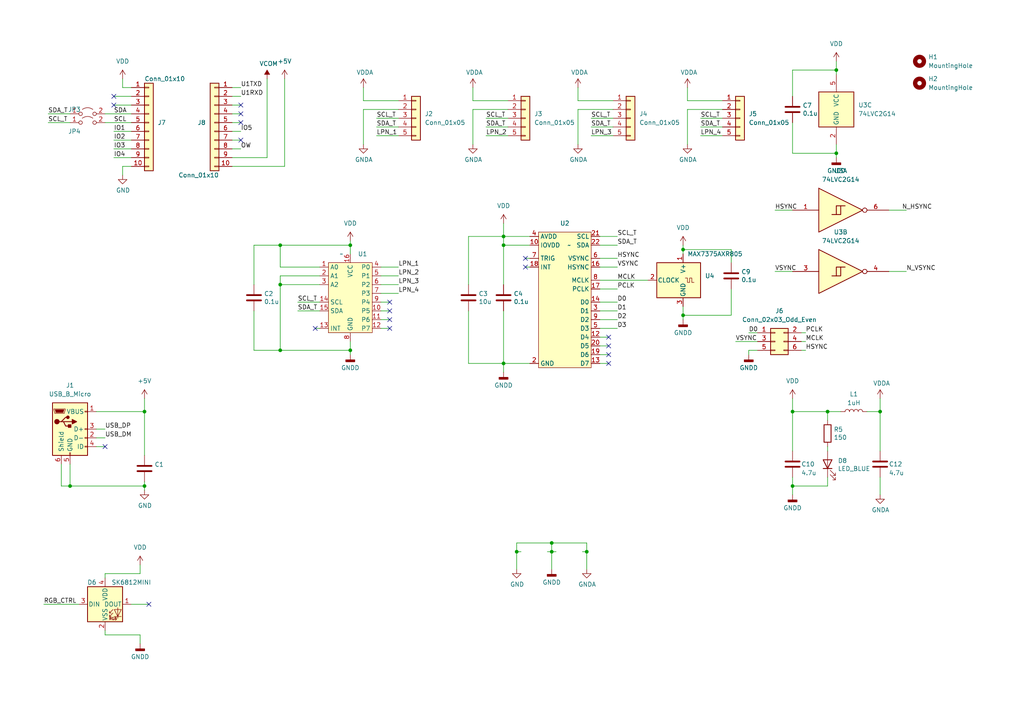
<source format=kicad_sch>
(kicad_sch (version 20230121) (generator eeschema)
  (paper "A4")
  (junction (at -69.85 29.21))
  (junction (at -30.48 71.12))
  (junction (at 81.28 71.12))
  (junction (at 149.86 160.02))
  (junction (at -52.07 128.27))
  (junction (at -133.35 -90.17))
  (junction (at 101.6 71.12))
  (junction (at 146.05 68.58))
  (junction (at 170.18 160.02))
  (junction (at -54.61 128.27))
  (junction (at -74.93 104.14))
  (junction (at 20.32 140.97))
  (junction (at -30.48 20.32))
  (junction (at 198.12 91.44))
  (junction (at 198.12 72.39))
  (junction (at -81.28 -90.17))
  (junction (at -81.28 -10.16))
  (junction (at 242.57 20.32))
  (junction (at 146.05 105.41))
  (junction (at 229.87 140.97))
  (junction (at -133.35 -10.16))
  (junction (at 242.57 44.45))
  (junction (at 101.6 101.6))
  (junction (at -30.48 55.88))
  (junction (at 146.05 71.12))
  (junction (at 81.28 82.55))
  (junction (at 255.27 119.38))
  (junction (at 160.02 157.48))
  (junction (at 41.91 119.38))
  (junction (at 81.28 101.6))
  (junction (at -143.51 -90.17))
  (junction (at 41.91 140.97))
  (junction (at 160.02 160.02))
  (junction (at -30.48 34.29))
  (junction (at -133.35 -73.66))
  (junction (at 229.87 119.38))
  (junction (at -20.32 -58.42))
  (junction (at -143.51 -10.16))
  (junction (at -68.58 46.99))
  (junction (at 240.03 119.38))
  (no_connect (at 176.53 100.33))
  (no_connect (at 91.44 95.25))
  (no_connect (at 69.85 35.56))
  (no_connect (at 33.02 30.48))
  (no_connect (at -30.48 106.68))
  (no_connect (at -30.48 96.52))
  (no_connect (at 152.4 77.47))
  (no_connect (at -30.48 104.14))
  (no_connect (at 69.85 33.02))
  (no_connect (at 69.85 30.48))
  (no_connect (at 113.03 87.63))
  (no_connect (at 30.48 129.54))
  (no_connect (at 176.53 102.87))
  (no_connect (at 176.53 97.79))
  (no_connect (at 43.18 175.26))
  (no_connect (at 33.02 27.94))
  (no_connect (at -30.48 114.3))
  (no_connect (at -72.39 88.9))
  (no_connect (at 152.4 74.93))
  (no_connect (at -30.48 101.6))
  (no_connect (at -30.48 116.84))
  (no_connect (at -30.48 119.38))
  (no_connect (at 69.85 40.64))
  (no_connect (at 176.53 105.41))
  (no_connect (at 113.03 95.25))
  (no_connect (at 113.03 90.17))
  (no_connect (at -30.48 111.76))
  (no_connect (at 113.03 92.71))
  (wire (pts (xy 33.02 45.72) (xy 38.1 45.72)))
  (wire (pts (xy 86.36 90.17) (xy 92.71 90.17)))
  (wire (pts (xy 160.02 157.48) (xy 160.02 160.02)))
  (wire (pts (xy -143.51 -10.16) (xy -153.67 -10.16)))
  (wire (pts (xy 101.6 71.12) (xy 101.6 73.66)))
  (wire (pts (xy 140.97 39.37) (xy 147.32 39.37)))
  (wire (pts (xy 13.97 35.56) (xy 20.32 35.56)))
  (wire (pts (xy -34.29 88.9) (xy -13.97 88.9)))
  (wire (pts (xy 257.81 60.96) (xy 262.89 60.96)))
  (wire (pts (xy 149.86 157.48) (xy 160.02 157.48)))
  (wire (pts (xy -143.51 -38.1) (xy -143.51 -10.16)))
  (wire (pts (xy -133.35 -10.16) (xy -81.28 -10.16)))
  (wire (pts (xy -53.34 -35.56) (xy -49.53 -35.56)))
  (wire (pts (xy 153.67 105.41) (xy 146.05 105.41)))
  (wire (pts (xy 213.36 99.06) (xy 219.71 99.06)))
  (wire (pts (xy -74.93 46.99) (xy -68.58 46.99)))
  (wire (pts (xy -24.13 -58.42) (xy -20.32 -58.42)))
  (wire (pts (xy -119.38 -48.26) (xy -109.22 -48.26)))
  (wire (pts (xy -34.29 93.98) (xy -31.75 93.98)))
  (wire (pts (xy -24.13 -48.26) (xy -24.13 -49.53)))
  (wire (pts (xy -119.38 -45.72) (xy -109.22 -45.72)))
  (wire (pts (xy -120.65 -66.04) (xy -109.22 -66.04)))
  (wire (pts (xy 81.28 71.12) (xy 101.6 71.12)))
  (wire (pts (xy 73.66 101.6) (xy 81.28 101.6)))
  (wire (pts (xy -49.53 20.32) (xy -30.48 20.32)))
  (wire (pts (xy 173.99 83.82) (xy 179.07 83.82)))
  (wire (pts (xy 110.49 87.63) (xy 113.03 87.63)))
  (wire (pts (xy 135.89 68.58) (xy 146.05 68.58)))
  (wire (pts (xy 67.31 45.72) (xy 77.47 45.72)))
  (wire (pts (xy 30.48 182.88) (xy 30.48 184.15)))
  (wire (pts (xy 153.67 71.12) (xy 146.05 71.12)))
  (wire (pts (xy 92.71 80.01) (xy 81.28 80.01)))
  (wire (pts (xy 30.48 33.02) (xy 38.1 33.02)))
  (wire (pts (xy 224.79 78.74) (xy 229.87 78.74)))
  (wire (pts (xy 30.48 166.37) (xy 40.64 166.37)))
  (wire (pts (xy 77.47 22.86) (xy 77.47 45.72)))
  (wire (pts (xy -81.28 -92.71) (xy -81.28 -90.17)))
  (wire (pts (xy 160.02 160.02) (xy 160.02 165.1)))
  (wire (pts (xy 199.39 25.4) (xy 199.39 29.21)))
  (wire (pts (xy -30.48 20.32) (xy -30.48 22.86)))
  (wire (pts (xy 41.91 139.7) (xy 41.91 140.97)))
  (wire (pts (xy -30.48 55.88) (xy -30.48 59.69)))
  (wire (pts (xy 173.99 97.79) (xy 176.53 97.79)))
  (wire (pts (xy -34.29 114.3) (xy -30.48 114.3)))
  (wire (pts (xy 73.66 82.55) (xy 73.66 71.12)))
  (wire (pts (xy 242.57 20.32) (xy 229.87 20.32)))
  (wire (pts (xy 229.87 44.45) (xy 229.87 35.56)))
  (wire (pts (xy 149.86 160.02) (xy 149.86 157.48)))
  (wire (pts (xy 198.12 91.44) (xy 212.09 91.44)))
  (wire (pts (xy 40.64 166.37) (xy 40.64 163.83)))
  (wire (pts (xy 33.02 40.64) (xy 38.1 40.64)))
  (wire (pts (xy -49.53 36.83) (xy -68.58 36.83)))
  (wire (pts (xy 224.79 60.96) (xy 229.87 60.96)))
  (wire (pts (xy 198.12 91.44) (xy 198.12 92.71)))
  (wire (pts (xy 173.99 100.33) (xy 176.53 100.33)))
  (wire (pts (xy 173.99 68.58) (xy 179.07 68.58)))
  (wire (pts (xy -81.28 -12.7) (xy -81.28 -10.16)))
  (wire (pts (xy 30.48 184.15) (xy 40.64 184.15)))
  (wire (pts (xy 20.32 140.97) (xy 20.32 134.62)))
  (wire (pts (xy 33.02 30.48) (xy 38.1 30.48)))
  (wire (pts (xy 152.4 74.93) (xy 153.67 74.93)))
  (wire (pts (xy -49.53 34.29) (xy -49.53 36.83)))
  (wire (pts (xy 38.1 175.26) (xy 43.18 175.26)))
  (wire (pts (xy -49.53 41.91) (xy -49.53 39.37)))
  (wire (pts (xy 232.41 96.52) (xy 233.68 96.52)))
  (wire (pts (xy -68.58 36.83) (xy -68.58 46.99)))
  (wire (pts (xy 199.39 41.91) (xy 199.39 31.75)))
  (wire (pts (xy 255.27 138.43) (xy 255.27 143.51)))
  (wire (pts (xy 92.71 77.47) (xy 81.28 77.47)))
  (wire (pts (xy -72.39 88.9) (xy -69.85 88.9)))
  (wire (pts (xy 110.49 82.55) (xy 115.57 82.55)))
  (wire (pts (xy 217.17 101.6) (xy 217.17 102.87)))
  (wire (pts (xy -24.13 -57.15) (xy -24.13 -58.42)))
  (wire (pts (xy 229.87 140.97) (xy 229.87 143.51)))
  (wire (pts (xy 173.99 92.71) (xy 179.07 92.71)))
  (wire (pts (xy 160.02 160.02) (xy 158.75 160.02)))
  (wire (pts (xy 168.91 160.02) (xy 170.18 160.02)))
  (wire (pts (xy -52.07 128.27) (xy -54.61 128.27)))
  (wire (pts (xy -34.29 91.44) (xy -13.97 91.44)))
  (wire (pts (xy 41.91 140.97) (xy 20.32 140.97)))
  (wire (pts (xy -133.35 -38.1) (xy -133.35 -10.16)))
  (wire (pts (xy 82.55 48.26) (xy 82.55 22.86)))
  (wire (pts (xy 167.64 29.21) (xy 177.8 29.21)))
  (wire (pts (xy 67.31 27.94) (xy 69.85 27.94)))
  (wire (pts (xy 81.28 101.6) (xy 101.6 101.6)))
  (wire (pts (xy -133.35 -73.66) (xy -109.22 -73.66)))
  (wire (pts (xy -49.53 52.07) (xy -49.53 55.88)))
  (wire (pts (xy -53.34 -71.12) (xy -49.53 -71.12)))
  (wire (pts (xy 240.03 119.38) (xy 240.03 121.92)))
  (wire (pts (xy -133.35 -73.66) (xy -133.35 -45.72)))
  (wire (pts (xy -74.93 128.27) (xy -54.61 128.27)))
  (wire (pts (xy -153.67 -90.17) (xy -143.51 -90.17)))
  (wire (pts (xy -69.85 104.14) (xy -74.93 104.14)))
  (wire (pts (xy 27.94 119.38) (xy 41.91 119.38)))
  (wire (pts (xy -17.78 20.32) (xy -17.78 24.13)))
  (wire (pts (xy 67.31 40.64) (xy 69.85 40.64)))
  (wire (pts (xy 105.41 25.4) (xy 105.41 29.21)))
  (wire (pts (xy -78.74 99.06) (xy -69.85 99.06)))
  (wire (pts (xy -53.34 -48.26) (xy -24.13 -48.26)))
  (wire (pts (xy 167.64 31.75) (xy 177.8 31.75)))
  (wire (pts (xy -53.34 -40.64) (xy -49.53 -40.64)))
  (wire (pts (xy -52.07 130.81) (xy -52.07 128.27)))
  (wire (pts (xy 135.89 68.58) (xy 135.89 82.55)))
  (wire (pts (xy -53.34 -45.72) (xy -16.51 -45.72)))
  (wire (pts (xy -59.69 46.99) (xy -57.15 46.99)))
  (wire (pts (xy 135.89 90.17) (xy 135.89 105.41)))
  (wire (pts (xy 255.27 119.38) (xy 251.46 119.38)))
  (wire (pts (xy -49.53 55.88) (xy -30.48 55.88)))
  (wire (pts (xy 35.56 48.26) (xy 38.1 48.26)))
  (wire (pts (xy 171.45 36.83) (xy 177.8 36.83)))
  (wire (pts (xy 17.78 134.62) (xy 17.78 140.97)))
  (wire (pts (xy -49.53 39.37) (xy -69.85 39.37)))
  (wire (pts (xy 101.6 101.6) (xy 101.6 102.87)))
  (wire (pts (xy 146.05 68.58) (xy 153.67 68.58)))
  (wire (pts (xy -17.78 34.29) (xy -30.48 34.29)))
  (wire (pts (xy -143.51 -90.17) (xy -133.35 -90.17)))
  (wire (pts (xy -95.25 99.06) (xy -86.36 99.06)))
  (wire (pts (xy 101.6 99.06) (xy 101.6 101.6)))
  (wire (pts (xy -17.78 55.88) (xy -17.78 60.96)))
  (wire (pts (xy 30.48 167.64) (xy 30.48 166.37)))
  (wire (pts (xy 173.99 105.41) (xy 176.53 105.41)))
  (wire (pts (xy -81.28 -10.16) (xy -81.28 -6.35)))
  (wire (pts (xy 67.31 33.02) (xy 69.85 33.02)))
  (wire (pts (xy 91.44 95.25) (xy 92.71 95.25)))
  (wire (pts (xy -69.85 29.21) (xy -67.31 29.21)))
  (wire (pts (xy -34.29 119.38) (xy -30.48 119.38)))
  (wire (pts (xy -49.53 24.13) (xy -49.53 20.32)))
  (wire (pts (xy -38.1 -80.01) (xy -38.1 -53.34)))
  (wire (pts (xy -53.34 -30.48) (xy -49.53 -30.48)))
  (wire (pts (xy 203.2 39.37) (xy 209.55 39.37)))
  (wire (pts (xy -133.35 -90.17) (xy -133.35 -87.63)))
  (wire (pts (xy 149.86 160.02) (xy 149.86 165.1)))
  (wire (pts (xy -30.48 69.85) (xy -30.48 71.12)))
  (wire (pts (xy 173.99 71.12) (xy 179.07 71.12)))
  (wire (pts (xy 146.05 105.41) (xy 146.05 107.95)))
  (wire (pts (xy 27.94 127) (xy 30.48 127)))
  (wire (pts (xy 199.39 31.75) (xy 209.55 31.75)))
  (wire (pts (xy -34.29 111.76) (xy -30.48 111.76)))
  (wire (pts (xy 212.09 72.39) (xy 212.09 76.2)))
  (wire (pts (xy 242.57 20.32) (xy 242.57 21.59)))
  (wire (pts (xy -49.53 77.47) (xy -49.53 81.28)))
  (wire (pts (xy -81.28 -90.17) (xy -81.28 -78.74)))
  (wire (pts (xy 67.31 25.4) (xy 69.85 25.4)))
  (wire (pts (xy -113.03 -60.96) (xy -109.22 -60.96)))
  (wire (pts (xy -133.35 -80.01) (xy -133.35 -73.66)))
  (wire (pts (xy 27.94 124.46) (xy 30.48 124.46)))
  (wire (pts (xy 173.99 90.17) (xy 179.07 90.17)))
  (wire (pts (xy 232.41 101.6) (xy 233.68 101.6)))
  (wire (pts (xy 137.16 25.4) (xy 137.16 29.21)))
  (wire (pts (xy 242.57 41.91) (xy 242.57 44.45)))
  (wire (pts (xy 229.87 119.38) (xy 240.03 119.38)))
  (wire (pts (xy 171.45 34.29) (xy 177.8 34.29)))
  (wire (pts (xy 81.28 82.55) (xy 92.71 82.55)))
  (wire (pts (xy -16.51 -45.72) (xy -16.51 -49.53)))
  (wire (pts (xy -38.1 -90.17) (xy -38.1 -87.63)))
  (wire (pts (xy -74.93 124.46) (xy -74.93 128.27)))
  (wire (pts (xy 170.18 160.02) (xy 170.18 165.1)))
  (wire (pts (xy 140.97 34.29) (xy 147.32 34.29)))
  (wire (pts (xy 81.28 80.01) (xy 81.28 82.55)))
  (wire (pts (xy 35.56 25.4) (xy 38.1 25.4)))
  (wire (pts (xy -34.29 99.06) (xy -31.75 99.06)))
  (wire (pts (xy -133.35 -90.17) (xy -81.28 -90.17)))
  (wire (pts (xy 198.12 72.39) (xy 212.09 72.39)))
  (wire (pts (xy 137.16 29.21) (xy 147.32 29.21)))
  (wire (pts (xy 171.45 39.37) (xy 177.8 39.37)))
  (wire (pts (xy 173.99 87.63) (xy 179.07 87.63)))
  (wire (pts (xy 81.28 77.47) (xy 81.28 71.12)))
  (wire (pts (xy 110.49 80.01) (xy 115.57 80.01)))
  (wire (pts (xy -81.28 -90.17) (xy -38.1 -90.17)))
  (wire (pts (xy -115.57 -50.8) (xy -109.22 -50.8)))
  (wire (pts (xy 229.87 115.57) (xy 229.87 119.38)))
  (wire (pts (xy 173.99 81.28) (xy 187.96 81.28)))
  (wire (pts (xy -34.29 106.68) (xy -30.48 106.68)))
  (wire (pts (xy 173.99 74.93) (xy 179.07 74.93)))
  (wire (pts (xy 110.49 85.09) (xy 115.57 85.09)))
  (wire (pts (xy 242.57 44.45) (xy 229.87 44.45)))
  (wire (pts (xy -74.93 29.21) (xy -69.85 29.21)))
  (wire (pts (xy 146.05 71.12) (xy 146.05 82.55)))
  (wire (pts (xy -95.25 96.52) (xy -86.36 96.52)))
  (wire (pts (xy -52.07 128.27) (xy -49.53 128.27)))
  (wire (pts (xy 173.99 95.25) (xy 179.07 95.25)))
  (wire (pts (xy 73.66 71.12) (xy 81.28 71.12)))
  (wire (pts (xy -20.32 -58.42) (xy -20.32 -60.96)))
  (wire (pts (xy -153.67 -45.72) (xy -153.67 -90.17)))
  (wire (pts (xy 35.56 50.8) (xy 35.56 48.26)))
  (wire (pts (xy 146.05 71.12) (xy 146.05 68.58)))
  (wire (pts (xy -16.51 -58.42) (xy -16.51 -57.15)))
  (wire (pts (xy -59.69 29.21) (xy -57.15 29.21)))
  (wire (pts (xy -34.29 104.14) (xy -30.48 104.14)))
  (wire (pts (xy -153.67 -38.1) (xy -153.67 -10.16)))
  (wire (pts (xy 229.87 20.32) (xy 229.87 27.94)))
  (wire (pts (xy -54.61 128.27) (xy -54.61 127)))
  (wire (pts (xy 255.27 130.81) (xy 255.27 119.38)))
  (wire (pts (xy -30.48 34.29) (xy -30.48 36.83)))
  (wire (pts (xy 240.03 138.43) (xy 240.03 140.97)))
  (wire (pts (xy 35.56 22.86) (xy 35.56 25.4)))
  (wire (pts (xy 109.22 34.29) (xy 115.57 34.29)))
  (wire (pts (xy -53.34 -66.04) (xy -50.8 -66.04)))
  (wire (pts (xy -53.34 -38.1) (xy -49.53 -38.1)))
  (wire (pts (xy 199.39 29.21) (xy 209.55 29.21)))
  (wire (pts (xy 198.12 72.39) (xy 198.12 73.66)))
  (wire (pts (xy 242.57 17.78) (xy 242.57 20.32)))
  (wire (pts (xy 198.12 71.12) (xy 198.12 72.39)))
  (wire (pts (xy 67.31 43.18) (xy 69.85 43.18)))
  (wire (pts (xy 105.41 29.21) (xy 115.57 29.21)))
  (wire (pts (xy 173.99 77.47) (xy 179.07 77.47)))
  (wire (pts (xy 160.02 157.48) (xy 170.18 157.48)))
  (wire (pts (xy 152.4 77.47) (xy 153.67 77.47)))
  (wire (pts (xy -53.34 -73.66) (xy -49.53 -73.66)))
  (wire (pts (xy 41.91 140.97) (xy 41.91 142.24)))
  (wire (pts (xy -53.34 -43.18) (xy -49.53 -43.18)))
  (wire (pts (xy 110.49 95.25) (xy 113.03 95.25)))
  (wire (pts (xy 13.97 33.02) (xy 20.32 33.02)))
  (wire (pts (xy 137.16 41.91) (xy 137.16 31.75)))
  (wire (pts (xy 30.48 35.56) (xy 38.1 35.56)))
  (wire (pts (xy 167.64 41.91) (xy 167.64 31.75)))
  (wire (pts (xy 203.2 36.83) (xy 209.55 36.83)))
  (wire (pts (xy 41.91 132.08) (xy 41.91 119.38)))
  (wire (pts (xy 212.09 91.44) (xy 212.09 83.82)))
  (wire (pts (xy -53.34 -53.34) (xy -38.1 -53.34)))
  (wire (pts (xy -34.29 96.52) (xy -30.48 96.52)))
  (wire (pts (xy -17.78 71.12) (xy -17.78 68.58)))
  (wire (pts (xy 240.03 119.38) (xy 243.84 119.38)))
  (wire (pts (xy -20.32 -58.42) (xy -16.51 -58.42)))
  (wire (pts (xy 105.41 31.75) (xy 115.57 31.75)))
  (wire (pts (xy 105.41 41.91) (xy 105.41 31.75)))
  (wire (pts (xy 240.03 140.97) (xy 229.87 140.97)))
  (wire (pts (xy 81.28 82.55) (xy 81.28 101.6)))
  (wire (pts (xy 27.94 129.54) (xy 30.48 129.54)))
  (wire (pts (xy 41.91 115.57) (xy 41.91 119.38)))
  (wire (pts (xy 67.31 38.1) (xy 69.85 38.1)))
  (wire (pts (xy 229.87 138.43) (xy 229.87 140.97)))
  (wire (pts (xy 33.02 43.18) (xy 38.1 43.18)))
  (wire (pts (xy 167.64 25.4) (xy 167.64 29.21)))
  (wire (pts (xy 255.27 115.57) (xy 255.27 119.38)))
  (wire (pts (xy 67.31 48.26) (xy 82.55 48.26)))
  (wire (pts (xy 217.17 96.52) (xy 219.71 96.52)))
  (wire (pts (xy 242.57 44.45) (xy 242.57 45.72)))
  (wire (pts (xy 140.97 36.83) (xy 147.32 36.83)))
  (wire (pts (xy -49.53 128.27) (xy -49.53 127)))
  (wire (pts (xy -34.29 116.84) (xy -30.48 116.84)))
  (wire (pts (xy -30.48 20.32) (xy -17.78 20.32)))
  (wire (pts (xy -53.34 -63.5) (xy -50.8 -63.5)))
  (wire (pts (xy -78.74 96.52) (xy -69.85 96.52)))
  (wire (pts (xy 198.12 88.9) (xy 198.12 91.44)))
  (wire (pts (xy 173.99 102.87) (xy 176.53 102.87)))
  (wire (pts (xy -53.34 -50.8) (xy -38.1 -50.8)))
  (wire (pts (xy 67.31 30.48) (xy 69.85 30.48)))
  (wire (pts (xy 101.6 69.85) (xy 101.6 71.12)))
  (wire (pts (xy 110.49 90.17) (xy 113.03 90.17)))
  (wire (pts (xy -109.22 -63.5) (xy -113.03 -63.5)))
  (wire (pts (xy 229.87 119.38) (xy 229.87 130.81)))
  (wire (pts (xy 160.02 160.02) (xy 161.29 160.02)))
  (wire (pts (xy 146.05 90.17) (xy 146.05 105.41)))
  (wire (pts (xy -115.57 -53.34) (xy -109.22 -53.34)))
  (wire (pts (xy -30.48 71.12) (xy -30.48 73.66)))
  (wire (pts (xy 110.49 77.47) (xy 115.57 77.47)))
  (wire (pts (xy 203.2 34.29) (xy 209.55 34.29)))
  (wire (pts (xy -53.34 -33.02) (xy -49.53 -33.02)))
  (wire (pts (xy -120.65 -68.58) (xy -109.22 -68.58)))
  (wire (pts (xy 109.22 39.37) (xy 115.57 39.37)))
  (wire (pts (xy 40.64 184.15) (xy 40.64 186.69)))
  (wire (pts (xy 86.36 87.63) (xy 92.71 87.63)))
  (wire (pts (xy 149.86 160.02) (xy 151.13 160.02)))
  (wire (pts (xy 170.18 157.48) (xy 170.18 160.02)))
  (wire (pts (xy 217.17 101.6) (xy 219.71 101.6)))
  (wire (pts (xy 109.22 36.83) (xy 115.57 36.83)))
  (wire (pts (xy 257.81 78.74) (xy 262.89 78.74)))
  (wire (pts (xy -34.29 101.6) (xy -30.48 101.6)))
  (wire (pts (xy -17.78 31.75) (xy -17.78 34.29)))
  (wire (pts (xy -30.48 55.88) (xy -17.78 55.88)))
  (wire (pts (xy 232.41 99.06) (xy 233.68 99.06)))
  (wire (pts (xy -30.48 33.02) (xy -30.48 34.29)))
  (wire (pts (xy 17.78 140.97) (xy 20.32 140.97)))
  (wire (pts (xy -143.51 -10.16) (xy -133.35 -10.16)))
  (wire (pts (xy 33.02 38.1) (xy 38.1 38.1)))
  (wire (pts (xy 137.16 31.75) (xy 147.32 31.75)))
  (wire (pts (xy -69.85 39.37) (xy -69.85 29.21)))
  (wire (pts (xy 33.02 27.94) (xy 38.1 27.94)))
  (wire (pts (xy -74.93 77.47) (xy -74.93 104.14)))
  (wire (pts (xy -30.48 71.12) (xy -17.78 71.12)))
  (wire (pts (xy 110.49 92.71) (xy 113.03 92.71)))
  (wire (pts (xy 135.89 105.41) (xy 146.05 105.41)))
  (wire (pts (xy 67.31 35.56) (xy 69.85 35.56)))
  (wire (pts (xy 12.7 175.26) (xy 22.86 175.26)))
  (wire (pts (xy -54.61 77.47) (xy -54.61 81.28)))
  (wire (pts (xy -143.51 -45.72) (xy -143.51 -90.17)))
  (wire (pts (xy 240.03 129.54) (xy 240.03 130.81)))
  (wire (pts (xy -74.93 104.14) (xy -74.93 116.84)))
  (wire (pts (xy 73.66 90.17) (xy 73.66 101.6)))
  (wire (pts (xy -68.58 46.99) (xy -67.31 46.99)))
  (wire (pts (xy 146.05 68.58) (xy 146.05 64.77)))
  (text "TODO add UART Programmer Port" (at -78.74 147.32 0) (effects (font (size 1.27 1.27)) (justify left bottom)))
  (label "U1RXD" (at -50.8 -63.5 0))
  (label "USB_DM" (at 30.48 127 0))
  (label "SDA" (at 33.02 33.02 0))
  (label "D3" (at -49.53 -30.48 0))
  (label "SCL_T" (at -49.53 -48.26 0))
  (label "LPN_3" (at 171.45 39.37 0))
  (label "SDA_T" (at 179.07 71.12 0))
  (label "PCLK" (at 233.68 96.52 0))
  (label "SCL_T" (at 140.97 34.29 0))
  (label "SDA_T" (at 203.2 36.83 0))
  (label "IO3" (at 33.02 43.18 0))
  (label "GPIO9" (at -34.29 55.88 0))
  (label "SCL_T" (at 171.45 34.29 0))
  (label "D2" (at -49.53 -33.02 0))
  (label "IO2" (at -115.57 -53.34 0))
  (label "OW" (at 69.85 43.18 0))
  (label "SCL" (at 33.02 35.56 0))
  (label "LPN_3" (at 115.57 82.55 0))
  (label "D3" (at 179.07 95.25 0))
  (label "LPN_4" (at 203.2 39.37 0))
  (label "PCLK" (at -49.53 -43.18 0))
  (label "D0" (at 217.17 96.52 0))
  (label "LPN_1" (at 115.57 77.47 0))
  (label "RGB_CTRL" (at 12.7 175.26 0))
  (label "VSYNC" (at 179.07 77.47 0))
  (label "U0RXD" (at -13.97 88.9 0))
  (label "LPN_2" (at 140.97 39.37 0))
  (label "D1" (at -49.53 -35.56 0))
  (label "LPN_4" (at 115.57 85.09 0))
  (label "SDA_T" (at 140.97 36.83 0))
  (label "IO5" (at -49.53 -40.64 0))
  (label "SDA_T" (at 109.22 36.83 0))
  (label "IO2" (at 33.02 40.64 0))
  (label "D0" (at -49.53 -38.1 0))
  (label "IO4" (at 33.02 45.72 0))
  (label "SCL_T" (at 179.07 68.58 0))
  (label "SCL_T" (at 86.36 87.63 0))
  (label "GPIO9" (at -38.1 -50.8 0))
  (label "N_HSYNC" (at -120.65 -68.58 0))
  (label "VSYNC" (at 213.36 99.06 0))
  (label "SCL_T" (at 13.97 35.56 0))
  (label "SDA_T" (at 171.45 36.83 0))
  (label "SDA_T" (at 13.97 33.02 0))
  (label "CHIP_EN" (at -120.65 -73.66 0))
  (label "USB_DP" (at -95.25 99.06 0))
  (label "N_HSYNC" (at 261.62 60.96 0))
  (label "IO3" (at -113.03 -60.96 0))
  (label "SDA_T" (at 86.36 90.17 0))
  (label "IO1" (at -115.57 -50.8 0))
  (label "D2" (at 179.07 92.71 0))
  (label "SCL_T" (at 109.22 34.29 0))
  (label "SDA_T" (at -49.53 -45.72 0))
  (label "RTS" (at -31.75 93.98 0))
  (label "DTR" (at -74.93 29.21 0))
  (label "USB_DM" (at -95.25 96.52 0))
  (label "USB_DP" (at 30.48 124.46 0))
  (label "SCL_T" (at 203.2 34.29 0))
  (label "U0TXD" (at -13.97 91.44 0))
  (label "HSYNC" (at 179.07 74.93 0))
  (label "D0" (at 179.07 87.63 0))
  (label "IO5" (at 69.85 38.1 0))
  (label "VSYNC" (at 224.79 78.74 0))
  (label "DTR" (at -31.75 99.06 0))
  (label "MCLK" (at 233.68 99.06 0))
  (label "LPN_2" (at 115.57 80.01 0))
  (label "CHIP_EN" (at -34.29 20.32 0))
  (label "U1TXD" (at -50.8 -66.04 0))
  (label "D1" (at 179.07 90.17 0))
  (label "N_VSYNC" (at -120.65 -66.04 0))
  (label "RTS" (at -74.93 46.99 0))
  (label "MCLK" (at 179.07 81.28 0))
  (label "RGB_CTRL" (at -38.1 -53.34 0))
  (label "LPN_1" (at 109.22 39.37 0))
  (label "HSYNC" (at 233.68 101.6 0))
  (label "U1RXD" (at 69.85 27.94 0))
  (label "IO1" (at 33.02 38.1 0))
  (label "U0RXD" (at -49.53 -71.12 0))
  (label "HSYNC" (at 224.79 60.96 0))
  (label "IO4" (at -113.03 -63.5 0))
  (label "PCLK" (at 179.07 83.82 0))
  (label "U0TXD" (at -49.53 -73.66 0))
  (label "N_VSYNC" (at 262.89 78.74 0))
  (label "U1TXD" (at 69.85 25.4 0))
  (symbol (lib_id "Device:C") (at 41.91 135.89 0) (unit 1)
    (property "Reference" "C1" (at 44.831 134.7216 0) (effects (justify left)))
    (property "Value" "4.7u" (effects hide))
    (property "Footprint" "Capacitor_SMD:C_0402_1005Metric" (effects hide))
  )
  (symbol (lib_id "power:GNDD") (at 160.02 165.1 0) (unit 1)
    (property "Reference" "#PWR021" (effects hide))
    (property "Value" "GNDD" (at 160.02 168.91 0))
  )
  (symbol (lib_id "power:GNDA") (at 137.16 41.91 0) (unit 1)
    (property "Reference" "#PWR010" (effects hide))
    (property "Value" "GNDA" (at 137.287 46.3042 0))
  )
  (symbol (lib_id "Espressif:ESP32-C6-MINI-1/U") (at -81.28 -45.72 0) (unit 1)
    (property "Reference" "U5" (at -79.0859 -80.01 0) (effects (justify left)))
    (property "Value" "ESP32-C6-MINI-1/U" (at -79.0859 -77.47 0) (effects (justify left)))
    (property "Footprint" "Espressif:ESP32-C6-MINI-1" (effects hide))
    (property "Datasheet" "https://www.espressif.com/sites/default/files/documentation/esp32-c6-mini-1_datasheet_en.pdf" (effects hide))
  )
  (symbol (lib_id "power:GNDD") (at 146.05 107.95 0) (unit 1)
    (property "Reference" "#PWR016" (effects hide))
    (property "Value" "GNDD" (at 146.05 111.76 0))
  )
  (symbol (lib_id "Connector_Generic:Conn_01x10") (at 62.23 35.56 0) (mirror y) (unit 1)
    (property "Reference" "J8" (at 59.69 35.56 0) (effects (justify left)))
    (property "Value" "Conn_01x10" (at 63.5 50.8 0) (effects (justify left)))
    (property "Footprint" "riskybird:PinHeader_1x10_P2.00mm_Vertical_SMD_Pin1Right_THT" (effects hide))
  )
  (symbol (lib_id "power:GNDD") (at 198.12 92.71 0) (unit 1)
    (property "Reference" "#PWR036" (effects hide))
    (property "Value" "GNDD" (at 198.12 96.52 0))
  )
  (symbol (lib_id "Device:R") (at -24.13 -53.34 0) (unit 1)
    (property "Reference" "R8" (at -22.352 -54.5084 0) (effects (justify left)))
    (property "Value" "2.2k" (at -22.352 -52.197 0) (effects (justify left)))
    (property "Footprint" "Resistor_SMD:R_0402_1005Metric" (effects hide))
  )
  (symbol (lib_id "Device:C") (at 229.87 134.62 0) (unit 1)
    (property "Reference" "C10" (at 232.41 134.62 0) (effects (justify left)))
    (property "Value" "4.7u" (at 232.41 137.16 0) (effects (justify left)))
    (property "Footprint" "Capacitor_SMD:C_0402_1005Metric" (effects hide))
  )
  (symbol (lib_id "Connector_Generic:Conn_01x05") (at 182.88 34.29 0) (unit 1)
    (property "Reference" "J4" (at 185.42 33.02 0) (effects (justify left)))
    (property "Value" "Conn_01x05" (at 185.42 35.56 0) (effects (justify left)))
    (property "Footprint" "Connector_PinHeader_2.54mm:PinHeader_1x05_P2.54mm_Vertical" (effects hide))
  )
  (symbol (lib_id "Connector_Generic:Conn_01x05") (at 152.4 34.29 0) (unit 1)
    (property "Reference" "J3" (at 154.94 33.02 0) (effects (justify left)))
    (property "Value" "Conn_01x05" (at 154.94 35.56 0) (effects (justify left)))
    (property "Footprint" "Connector_PinHeader_2.54mm:PinHeader_1x05_P2.54mm_Vertical" (effects hide))
  )
  (symbol (lib_id "Device:C") (at -143.51 -41.91 0) (unit 1)
    (property "Reference" "C6" (at -140.589 -43.0784 0) (effects (justify left)))
    (property "Value" "0.1u" (at -140.589 -40.767 0) (effects (justify left)))
    (property "Footprint" "Capacitor_SMD:C_0402_1005Metric" (effects hide))
  )
  (symbol (lib_id "Oscillator:MAX7375AXR805") (at 198.12 81.28 0) (mirror y) (unit 1)
    (property "Reference" "U4" (at 204.47 80.01 0) (effects (justify right)))
    (property "Value" "MAX7375AXR805" (at 199.39 73.66 0) (effects (justify right)))
    (property "Footprint" "Package_TO_SOT_SMD:SOT-323_SC-70" (effects hide))
    (property "Datasheet" "https://datasheets.maximintegrated.com/en/ds/MAX7375.pdf" (effects hide))
  )
  (symbol (lib_id "LED:SK6812MINI") (at 30.48 175.26 0) (unit 1)
    (property "Reference" "D6" (at 26.67 168.91 0))
    (property "Value" "SK6812MINI" (at 38.1 168.91 0))
    (property "Footprint" "LED_SMD:LED_SK6812MINI_PLCC4_3.5x3.5mm_P1.75mm" (effects hide))
    (property "Datasheet" "https://www.digikey.com/en/products/detail/adafruit-industries-llc/2659/5804108" (effects hide))
  )
  (symbol (lib_id "Device:C") (at 212.09 80.01 0) (unit 1)
    (property "Reference" "C9" (at 215.011 78.8416 0) (effects (justify left)))
    (property "Value" "0.1u" (at 215.011 81.153 0) (effects (justify left)))
    (property "Footprint" "Capacitor_SMD:C_0402_1005Metric" (effects hide))
  )
  (symbol (lib_id "power:VDD") (at 40.64 163.83 0) (unit 1)
    (property "Reference" "#PWR030" (effects hide))
    (property "Value" "VDD" (at 40.64 158.75 0))
  )
  (symbol (lib_id "power:VDD") (at -20.32 -60.96 0) (unit 1)
    (property "Reference" "#PWR04" (effects hide))
    (property "Value" "VDD" (at -20.32 -66.04 0))
  )
  (symbol (lib_id "power:VDDA") (at 137.16 25.4 0) (unit 1)
    (property "Reference" "#PWR09" (effects hide))
    (property "Value" "VDDA" (at 137.5918 21.0058 0))
  )
  (symbol (lib_id "Device:L") (at 247.65 119.38 90) (unit 1)
    (property "Reference" "L1" (at 247.65 114.3 90))
    (property "Value" "1uH" (at 247.65 116.84 90))
    (property "Footprint" "Inductor_SMD:L_0402_1005Metric" (effects hide))
    (property "Datasheet" "https://www.digikey.com/en/products/detail/murata-electronics/LQM21PN1R0MC0D/1788279" (effects hide))
  )
  (symbol (lib_id "Device:C") (at -74.93 120.65 0) (unit 1)
    (property "Reference" "C13" (at -72.009 119.4816 0) (effects (justify left)))
    (property "Value" "0.1u" (at -72.009 121.793 0) (effects (justify left)))
    (property "Footprint" "Capacitor_SMD:C_0402_1005Metric" (effects hide))
  )
  (symbol (lib_id "power:VDDA") (at 105.41 25.4 0) (unit 1)
    (property "Reference" "#PWR06" (effects hide))
    (property "Value" "VDDA" (at 105.8418 21.0058 0))
  )
  (symbol (lib_id "Device:C") (at -153.67 -41.91 0) (unit 1)
    (property "Reference" "C5" (at -150.749 -43.0784 0) (effects (justify left)))
    (property "Value" "10u" (at -150.749 -40.767 0) (effects (justify left)))
    (property "Footprint" "Capacitor_SMD:C_0402_1005Metric" (effects hide))
  )
  (symbol (lib_id "power:GNDA") (at 255.27 143.51 0) (unit 1)
    (property "Reference" "#PWR019" (effects hide))
    (property "Value" "GNDA" (at 255.397 147.9042 0))
  )
  (symbol (lib_id "Mechanical:MountingHole") (at 266.7 24.13 0) (unit 1)
    (property "Reference" "H2" (at 269.24 22.86 0) (effects (justify left)))
    (property "Value" "MountingHole" (at 269.24 25.4 0) (effects (justify left)))
    (property "Footprint" "MountingHole:MountingHole_2.2mm_M2" (effects hide))
  )
  (symbol (lib_id "Transistor_BJT:BC847BDW1") (at -52.07 29.21 0) (unit 2)
    (property "Reference" "Q8" (at -45.72 27.94 0) (effects (justify left)))
    (property "Value" "BC847BDW1" (at -45.72 30.48 0) (effects (justify left)))
    (property "Footprint" "Package_TO_SOT_SMD:SOT-363_SC-70-6" (effects hide))
    (property "Datasheet" "http://www.onsemi.com/pub_link/Collateral/BC846BDW1T1-D.PDF" (effects hide))
  )
  (symbol (lib_id "power:GNDD") (at -30.48 73.66 0) (unit 1)
    (property "Reference" "#PWR029" (effects hide))
    (property "Value" "GNDD" (at -30.48 77.47 0))
  )
  (symbol (lib_id "power:GND") (at 149.86 165.1 0) (unit 1)
    (property "Reference" "#PWR020" (effects hide))
    (property "Value" "GND" (at 149.987 169.4942 0))
  )
  (symbol (lib_id "Device:C") (at -17.78 64.77 0) (unit 1)
    (property "Reference" "C18" (at -14.859 63.6016 0) (effects (justify left)))
    (property "Value" "0.1u" (at -14.859 65.913 0) (effects (justify left)))
    (property "Footprint" "Capacitor_SMD:C_0402_1005Metric" (effects hide))
  )
  (symbol (lib_id "power:VDDA") (at 199.39 25.4 0) (unit 1)
    (property "Reference" "#PWR013" (effects hide))
    (property "Value" "VDDA" (at 199.8218 21.0058 0))
  )
  (symbol (lib_id "power:VDD") (at -74.93 77.47 0) (unit 1)
    (property "Reference" "#PWR027" (effects hide))
    (property "Value" "VDD" (at -74.93 72.39 0))
  )
  (symbol (lib_id "Mechanical:MountingHole") (at 266.7 17.78 0) (unit 1)
    (property "Reference" "H1" (at 269.24 16.51 0) (effects (justify left)))
    (property "Value" "MountingHole" (at 269.24 19.05 0) (effects (justify left)))
    (property "Footprint" "MountingHole:MountingHole_2.2mm_M2" (effects hide))
  )
  (symbol (lib_id "power:VDD") (at -81.28 -92.71 0) (unit 1)
    (property "Reference" "#PWR046" (effects hide))
    (property "Value" "VDD" (at -81.28 -97.79 0))
  )
  (symbol (lib_id "power:VDD") (at 35.56 22.86 0) (unit 1)
    (property "Reference" "#PWR037" (effects hide))
    (property "Value" "VDD" (at 35.56 17.78 0))
  )
  (symbol (lib_id "Device:C") (at 135.89 86.36 0) (unit 1)
    (property "Reference" "C3" (at 138.811 85.1916 0) (effects (justify left)))
    (property "Value" "10u" (at 138.811 87.503 0) (effects (justify left)))
    (property "Footprint" "Capacitor_SMD:C_0402_1005Metric" (effects hide))
  )
  (symbol (lib_id "Transistor_BJT:BC847BDW1") (at -52.07 46.99 0) (mirror x) (unit 1)
    (property "Reference" "Q8" (at -45.72 45.72 0) (effects (justify left)))
    (property "Value" "BC847BDW1" (at -45.72 48.26 0) (effects (justify left)))
    (property "Footprint" "Package_TO_SOT_SMD:SOT-363_SC-70-6" (effects hide))
    (property "Datasheet" "http://www.onsemi.com/pub_link/Collateral/BC846BDW1T1-D.PDF" (effects hide))
  )
  (symbol (lib_id "power:GNDD") (at -52.07 130.81 0) (unit 1)
    (property "Reference" "#PWR028" (effects hide))
    (property "Value" "GNDD" (at -52.07 134.62 0))
  )
  (symbol (lib_id "Interface_USB:FT231XS") (at -52.07 104.14 0) (unit 1)
    (property "Reference" "U8" (at -47.3359 80.01 0) (effects (justify left)))
    (property "Value" "FT231XS" (at -47.3359 82.55 0) (effects (justify left)))
    (property "Footprint" "Package_SO:SSOP-20_3.9x8.7mm_P0.635mm" (effects hide))
    (property "Datasheet" "https://www.ftdichip.com/Support/Documents/DataSheets/ICs/DS_FT231X.pdf" (effects hide))
  )
  (symbol (lib_id "74xGxx:74LVC2G14") (at 245.11 60.96 0) (unit 1)
    (property "Reference" "U3" (at 243.84 49.53 0))
    (property "Value" "74LVC2G14" (at 243.84 52.07 0))
    (property "Footprint" "Package_TO_SOT_SMD:SOT-23-6" (effects hide))
    (property "Datasheet" "https://www.ti.com/lit/ds/symlink/sn74lvc2g14.pdf" (effects hide))
  )
  (symbol (lib_id "Jumper:Jumper_2_Open") (at 25.4 33.02 0) (unit 1)
    (property "Reference" "JP3" (at 21.59 31.75 0))
    (property "Value" "Jumper_2_Open" (effects hide))
    (property "Footprint" "Resistor_SMD:R_0402_1005Metric" (effects hide))
  )
  (symbol (lib_id "Device:C") (at -17.78 27.94 0) (unit 1)
    (property "Reference" "C17" (at -14.859 26.7716 0) (effects (justify left)))
    (property "Value" "0.1u" (at -14.859 29.083 0) (effects (justify left)))
    (property "Footprint" "Capacitor_SMD:C_0402_1005Metric" (effects hide))
  )
  (symbol (lib_id "power:GNDD") (at 242.57 45.72 0) (unit 1)
    (property "Reference" "#PWR034" (effects hide))
    (property "Value" "GNDD" (at 242.57 49.53 0))
  )
  (symbol (lib_id "Connector_Generic:Conn_01x10") (at 43.18 35.56 0) (unit 1)
    (property "Reference" "J7" (at 45.72 35.56 0) (effects (justify left)))
    (property "Value" "Conn_01x10" (at 41.91 22.86 0) (effects (justify left)))
    (property "Footprint" "riskybird:PinHeader_1x10_P2.00mm_Vertical_SMD_Pin1Right_THT" (effects hide))
  )
  (symbol (lib_id "74xGxx:74LVC2G14") (at 245.11 78.74 0) (unit 2)
    (property "Reference" "U3" (at 243.84 67.31 0))
    (property "Value" "74LVC2G14" (at 243.84 69.85 0))
    (property "Footprint" "Package_TO_SOT_SMD:SOT-23-6" (effects hide))
    (property "Datasheet" "https://www.ti.com/lit/ds/symlink/sn74lvc2g14.pdf" (effects hide))
  )
  (symbol (lib_id "power:+5V") (at 41.91 115.57 0) (unit 1)
    (property "Reference" "#PWR015" (effects hide))
    (property "Value" "+5V" (at 41.91 110.49 0))
  )
  (symbol (lib_id "power:GNDA") (at 170.18 165.1 0) (unit 1)
    (property "Reference" "#PWR022" (effects hide))
    (property "Value" "GNDA" (at 170.307 169.4942 0))
  )
  (symbol (lib_id "Device:R") (at -63.5 46.99 90) (unit 1)
    (property "Reference" "R21" (at -63.5 49.53 90) (effects (justify left)))
    (property "Value" "10k" (at -59.69 49.53 90) (effects (justify left)))
    (property "Footprint" "Resistor_SMD:R_0402_1005Metric" (effects hide))
  )
  (symbol (lib_id "Device:C") (at 229.87 31.75 0) (unit 1)
    (property "Reference" "C7" (at 232.791 30.5816 0) (effects (justify left)))
    (property "Value" "0.1u" (at 232.791 32.893 0) (effects (justify left)))
    (property "Footprint" "Capacitor_SMD:C_0402_1005Metric" (effects hide))
  )
  (symbol (lib_id "power:+5V") (at -54.61 77.47 0) (unit 1)
    (property "Reference" "#PWR025" (effects hide))
    (property "Value" "+5V" (at -54.61 72.39 0))
  )
  (symbol (lib_id "Device:C") (at 146.05 86.36 0) (unit 1)
    (property "Reference" "C4" (at 148.971 85.1916 0) (effects (justify left)))
    (property "Value" "0.1u" (at 148.971 87.503 0) (effects (justify left)))
    (property "Footprint" "Capacitor_SMD:C_0402_1005Metric" (effects hide))
  )
  (symbol (lib_id "power:VDD") (at 146.05 64.77 0) (unit 1)
    (property "Reference" "#PWR017" (effects hide))
    (property "Value" "VDD" (at 146.05 59.69 0))
  )
  (symbol (lib_id "Connector_Generic:Conn_02x03_Odd_Even") (at 224.79 99.06 0) (unit 1)
    (property "Reference" "J6" (at 226.06 90.17 0))
    (property "Value" "Conn_02x03_Odd_Even" (at 226.06 92.71 0))
    (property "Footprint" "Connector_PinHeader_1.27mm:PinHeader_2x03_P1.27mm_Vertical" (effects hide))
  )
  (symbol (lib_id "74xGxx:74LVC2G14") (at 242.57 31.75 0) (unit 3)
    (property "Reference" "U3" (at 248.92 30.48 0) (effects (justify left)))
    (property "Value" "74LVC2G14" (at 248.92 33.02 0) (effects (justify left)))
    (property "Footprint" "Package_TO_SOT_SMD:SOT-23-6" (effects hide))
    (property "Datasheet" "https://www.ti.com/lit/ds/symlink/sn74lvc2g14.pdf" (effects hide))
  )
  (symbol (lib_id "Jumper:Jumper_2_Open") (at 25.4 35.56 0) (unit 1)
    (property "Reference" "JP4" (at 21.59 38.1 0))
    (property "Value" "Jumper_2_Open" (effects hide))
    (property "Footprint" "Resistor_SMD:R_0402_1005Metric" (effects hide))
  )
  (symbol (lib_id "Device:R") (at -38.1 -83.82 0) (unit 1)
    (property "Reference" "R26" (at -36.322 -84.9884 0) (effects (justify left)))
    (property "Value" "10k" (at -36.322 -82.677 0) (effects (justify left)))
    (property "Footprint" "Resistor_SMD:R_0402_1005Metric" (effects hide))
  )
  (symbol (lib_id "Device:R") (at -63.5 29.21 90) (unit 1)
    (property "Reference" "R20" (at -64.77 26.67 90) (effects (justify left)))
    (property "Value" "10k" (at -59.69 26.67 90) (effects (justify left)))
    (property "Footprint" "Resistor_SMD:R_0402_1005Metric" (effects hide))
  )
  (symbol (lib_id "power:+5V") (at 82.55 22.86 0) (unit 1)
    (property "Reference" "#PWR039" (effects hide))
    (property "Value" "+5V" (at 82.55 17.78 0))
  )
  (symbol (lib_id "Device:LED") (at 240.03 134.62 90) (unit 1)
    (property "Reference" "D8" (at 243.0018 133.6294 90) (effects (justify right)))
    (property "Value" "LED_BLUE" (at 243.0018 135.9408 90) (effects (justify right)))
    (property "Footprint" "LED_SMD:LED_0805_2012Metric_Pad1.15x1.40mm_HandSolder" (effects hide))
  )
  (symbol (lib_id "Device:R") (at 240.03 125.73 0) (unit 1)
    (property "Reference" "R5" (at 241.808 124.5616 0) (effects (justify left)))
    (property "Value" "150" (at 241.808 126.873 0) (effects (justify left)))
    (property "Footprint" "Resistor_SMD:R_0402_1005Metric" (effects hide))
  )
  (symbol (lib_id "power:GND") (at 41.91 142.24 0) (unit 1)
    (property "Reference" "#PWR01" (effects hide))
    (property "Value" "GND" (at 42.037 146.6342 0))
  )
  (symbol (lib_id "Device:R") (at -82.55 99.06 90) (unit 1)
    (property "Reference" "R19" (at -83.82 101.6 90) (effects (justify left)))
    (property "Value" "27" (at -80.01 101.6 90) (effects (justify left)))
    (property "Footprint" "Resistor_SMD:R_0402_1005Metric" (effects hide))
  )
  (symbol (lib_id "power:GNDD") (at -81.28 -6.35 0) (unit 1)
    (property "Reference" "#PWR045" (effects hide))
    (property "Value" "GNDD" (at -81.28 -2.54 0))
  )
  (symbol (lib_id "Connector_Generic:Conn_01x05") (at 120.65 34.29 0) (unit 1)
    (property "Reference" "J2" (at 123.19 33.02 0) (effects (justify left)))
    (property "Value" "Conn_01x05" (at 123.19 35.56 0) (effects (justify left)))
    (property "Footprint" "Connector_PinHeader_2.54mm:PinHeader_1x05_P2.54mm_Vertical" (effects hide))
  )
  (symbol (lib_id "Connector:USB_B_Micro") (at 20.32 124.46 0) (unit 1)
    (property "Reference" "J1" (at 20.32 111.76 0))
    (property "Value" "USB_B_Micro" (at 20.32 114.3 0))
    (property "Footprint" "Connector_USB:USB_Micro-B_Molex_47346-0001" (effects hide))
  )
  (symbol (lib_id "power:GNDA") (at 167.64 41.91 0) (unit 1)
    (property "Reference" "#PWR012" (effects hide))
    (property "Value" "GNDA" (at 167.767 46.3042 0))
  )
  (symbol (lib_id "Device:C") (at 255.27 134.62 0) (unit 1)
    (property "Reference" "C12" (at 257.81 134.62 0) (effects (justify left)))
    (property "Value" "4.7u" (at 257.81 137.16 0) (effects (justify left)))
    (property "Footprint" "Capacitor_SMD:C_0402_1005Metric" (effects hide))
  )
  (symbol (lib_id "riskybird:PCA9534") (at 101.6 86.36 0) (unit 1)
    (property "Reference" "U1" (at 103.7941 73.66 0) (effects (justify left)))
    (property "Value" "~" (at 99.06 73.66 0))
    (property "Footprint" "Package_SO:TSSOP-16_4.4x5mm_P0.65mm" (effects hide))
  )
  (symbol (lib_id "power:GNDA") (at 105.41 41.91 0) (unit 1)
    (property "Reference" "#PWR05" (effects hide))
    (property "Value" "GNDA" (at 105.537 46.3042 0))
  )
  (symbol (lib_id "power:VDD") (at 198.12 71.12 0) (unit 1)
    (property "Reference" "#PWR035" (effects hide))
    (property "Value" "VDD" (at 198.12 66.04 0))
  )
  (symbol (lib_id "power:GNDD") (at 229.87 143.51 0) (unit 1)
    (property "Reference" "#PWR018" (effects hide))
    (property "Value" "GNDD" (at 229.87 147.32 0))
  )
  (symbol (lib_id "power:GNDA") (at 199.39 41.91 0) (unit 1)
    (property "Reference" "#PWR014" (effects hide))
    (property "Value" "GNDA" (at 199.517 46.3042 0))
  )
  (symbol (lib_id "Device:R") (at -133.35 -83.82 0) (unit 1)
    (property "Reference" "R22" (at -131.572 -84.9884 0) (effects (justify left)))
    (property "Value" "10k" (at -131.572 -82.677 0) (effects (justify left)))
    (property "Footprint" "Resistor_SMD:R_0402_1005Metric" (effects hide))
  )
  (symbol (lib_id "Device:C") (at -133.35 -41.91 0) (unit 1)
    (property "Reference" "C8" (at -130.429 -43.0784 0) (effects (justify left)))
    (property "Value" "0.1u" (at -130.429 -40.767 0) (effects (justify left)))
    (property "Footprint" "Capacitor_SMD:C_0402_1005Metric" (effects hide))
  )
  (symbol (lib_id "power:GNDD") (at -30.48 36.83 0) (unit 1)
    (property "Reference" "#PWR032" (effects hide))
    (property "Value" "GNDD" (at -30.48 40.64 0))
  )
  (symbol (lib_id "Switch:SW_SPST") (at -30.48 27.94 90) (unit 1)
    (property "Reference" "SW1" (at -29.21 26.67 90) (effects (justify right)))
    (property "Value" "SW_SPST" (at -29.21 29.21 90) (effects (justify right)))
    (property "Footprint" "Button_Switch_SMD:SW_SPST_B3U-1000P" (effects hide))
  )
  (symbol (lib_id "power:VDD") (at -49.53 77.47 0) (unit 1)
    (property "Reference" "#PWR026" (effects hide))
    (property "Value" "VDD" (at -49.53 72.39 0))
  )
  (symbol (lib_id "power:GND") (at 35.56 50.8 0) (unit 1)
    (property "Reference" "#PWR040" (effects hide))
    (property "Value" "GND" (at 35.687 55.1942 0))
  )
  (symbol (lib_id "power:VDD") (at 101.6 69.85 0) (unit 1)
    (property "Reference" "#PWR07" (effects hide))
    (property "Value" "VDD" (at 101.6 64.77 0))
  )
  (symbol (lib_id "power:GNDD") (at 217.17 102.87 0) (unit 1)
    (property "Reference" "#PWR023" (effects hide))
    (property "Value" "GNDD" (at 217.17 106.68 0))
  )
  (symbol (lib_id "Device:C") (at 73.66 86.36 0) (unit 1)
    (property "Reference" "C2" (at 76.581 85.1916 0) (effects (justify left)))
    (property "Value" "0.1u" (at 76.581 87.503 0) (effects (justify left)))
    (property "Footprint" "Capacitor_SMD:C_0402_1005Metric" (effects hide))
  )
  (symbol (lib_id "Switch:SW_SPST") (at -30.48 64.77 90) (unit 1)
    (property "Reference" "SW2" (at -29.21 63.5 90) (effects (justify right)))
    (property "Value" "SW_SPST" (at -29.21 66.04 90) (effects (justify right)))
    (property "Footprint" "Button_Switch_SMD:SW_SPST_B3U-1000P" (effects hide))
  )
  (symbol (lib_id "power:GNDD") (at 40.64 186.69 0) (unit 1)
    (property "Reference" "#PWR031" (effects hide))
    (property "Value" "GNDD" (at 40.64 190.5 0))
  )
  (symbol (lib_id "Device:R") (at -16.51 -53.34 0) (unit 1)
    (property "Reference" "R9" (at -14.732 -54.5084 0) (effects (justify left)))
    (property "Value" "2.2k" (at -14.732 -52.197 0) (effects (justify left)))
    (property "Footprint" "Resistor_SMD:R_0402_1005Metric" (effects hide))
  )
  (symbol (lib_id "power:VCOM") (at 77.47 22.86 0) (unit 1)
    (property "Reference" "#PWR038" (effects hide))
    (property "Value" "VCOM" (at 77.9018 18.4658 0))
  )
  (symbol (lib_id "Device:R") (at -82.55 96.52 90) (unit 1)
    (property "Reference" "R18" (at -83.82 93.98 90) (effects (justify left)))
    (property "Value" "27" (at -80.01 93.98 90) (effects (justify left)))
    (property "Footprint" "Resistor_SMD:R_0402_1005Metric" (effects hide))
  )
  (symbol (lib_id "power:VDD") (at 229.87 115.57 0) (unit 1)
    (property "Reference" "#PWR02" (effects hide))
    (property "Value" "VDD" (at 229.87 110.49 0))
  )
  (symbol (lib_id "power:VDDA") (at 167.64 25.4 0) (unit 1)
    (property "Reference" "#PWR011" (effects hide))
    (property "Value" "VDDA" (at 168.0718 21.0058 0))
  )
  (symbol (lib_id "power:VDD") (at 242.57 17.78 0) (unit 1)
    (property "Reference" "#PWR033" (effects hide))
    (property "Value" "VDD" (at 242.57 12.7 0))
  )
  (symbol (lib_id "power:GNDD") (at 101.6 102.87 0) (unit 1)
    (property "Reference" "#PWR08" (effects hide))
    (property "Value" "GNDD" (at 101.6 106.68 0))
  )
  (symbol (lib_id "riskybird:HM01B0") (at 163.83 71.12 0) (unit 1)
    (property "Reference" "U2" (at 163.83 64.77 0))
    (property "Value" "~" (at 165.1 71.12 0))
    (property "Footprint" "riskybird:SFV24R-1STE1LF" (effects hide))
  )
  (symbol (lib_id "Connector_Generic:Conn_01x05") (at 214.63 34.29 0) (unit 1)
    (property "Reference" "J5" (at 217.17 33.02 0) (effects (justify left)))
    (property "Value" "Conn_01x05" (at 217.17 35.56 0) (effects (justify left)))
    (property "Footprint" "Connector_PinHeader_2.54mm:PinHeader_1x05_P2.54mm_Vertical" (effects hide))
  )
  (symbol (lib_id "power:VDDA") (at 255.27 115.57 0) (unit 1)
    (property "Reference" "#PWR03" (effects hide))
    (property "Value" "VDDA" (at 255.7018 111.1758 0))
  )
  (sheet (at 143.51 -21.59) (size 17.78 13.97) (stroke (width 0.1524))
    (property "Sheetname" "Power" (at 143.51 -22.3016 0) (effects (justify left bottom)))
    (property "Sheetfile" "riskybird_power.kicad_sch" (at 143.51 -7.0354 0) (effects (justify left top)))
  )
)
</source>
